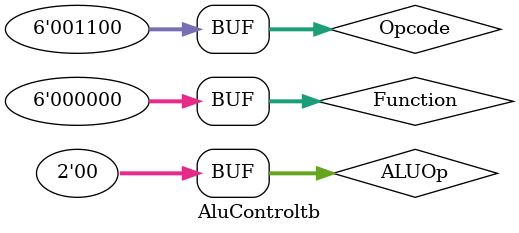
<source format=v>
`timescale 1ns / 1ps


module AluControltb;

	// Inputs
	reg [1:0] ALUOp;
	reg [5:0] Function;
	reg [5:0]Opcode;
	// Outputs
	wire [3:0] ALUControl;
	wire JRControl;
	// Instantiate the Unit Under Test (UUT)
	ALUControl_Block uut (
		.ALUControl(ALUControl), 
		.JRControl(JRControl), 
		.Opcode(Opcode),
		.ALUOp(ALUOp), 
		.Function(Function)
	);

	initial begin
		// Initialize Inputs
		$monitor("%b %d %d %d %d",ALUOp,Function,Opcode,ALUControl,JRControl);
		ALUOp = 0;
		Function = 32;
		Opcode=0;
		#5
		ALUOp = 0;
		Function = 36;
		Opcode=7;
		#5
		ALUOp = 3;
		Function = 8;
		Opcode=8;
		#5
		ALUOp = 0;
		Function = 39;
		#5
		ALUOp = 0;
		Function = 37;
		#5
		ALUOp = 0;
		Function = 0;
		#5
		ALUOp = 0;
		Function = 42;
		#5
		ALUOp = 3;
		Function = 2;
		Opcode = 12;
		#5
		ALUOp = 0;
		Function = 34;
		#5
		ALUOp = 0;
		Function = 0;
		#5
		ALUOp = 0;
		Function = 0;
	end
      
endmodule


</source>
